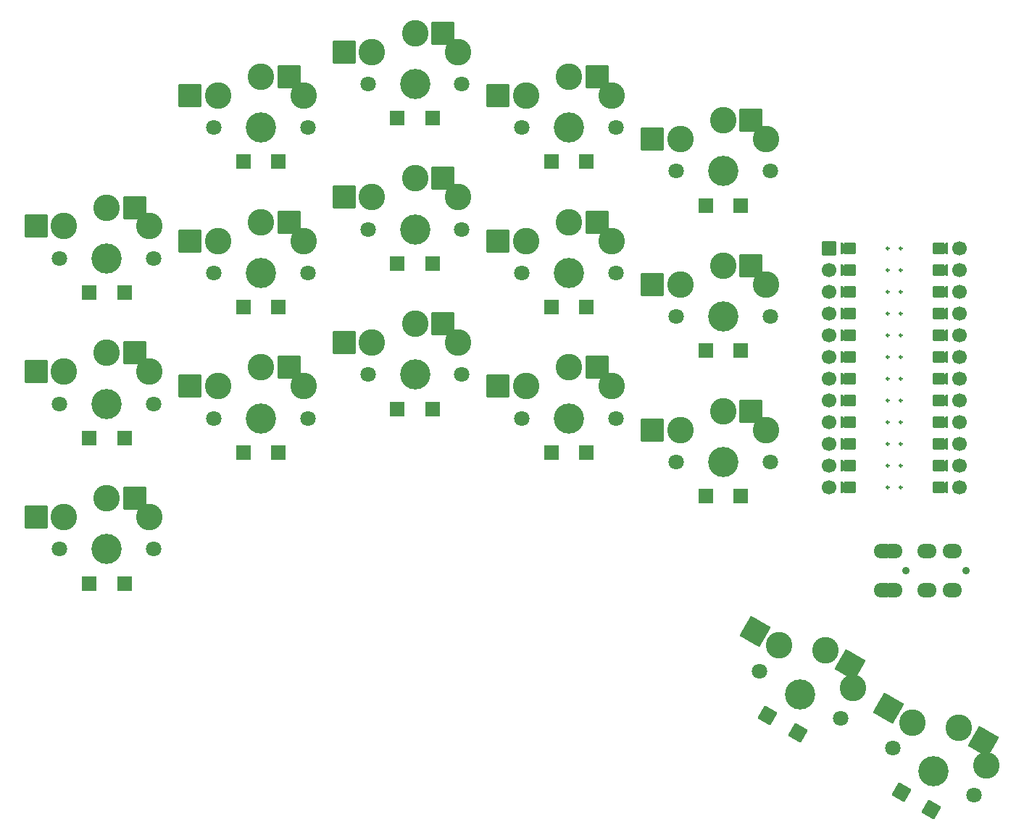
<source format=gbr>
%TF.GenerationSoftware,KiCad,Pcbnew,(6.0.6-1)-1*%
%TF.CreationDate,2022-08-23T15:15:48-05:00*%
%TF.ProjectId,smcboard,736d6362-6f61-4726-942e-6b696361645f,v1.0.0*%
%TF.SameCoordinates,Original*%
%TF.FileFunction,Soldermask,Top*%
%TF.FilePolarity,Negative*%
%FSLAX46Y46*%
G04 Gerber Fmt 4.6, Leading zero omitted, Abs format (unit mm)*
G04 Created by KiCad (PCBNEW (6.0.6-1)-1) date 2022-08-23 15:15:48*
%MOMM*%
%LPD*%
G01*
G04 APERTURE LIST*
G04 Aperture macros list*
%AMRoundRect*
0 Rectangle with rounded corners*
0 $1 Rounding radius*
0 $2 $3 $4 $5 $6 $7 $8 $9 X,Y pos of 4 corners*
0 Add a 4 corners polygon primitive as box body*
4,1,4,$2,$3,$4,$5,$6,$7,$8,$9,$2,$3,0*
0 Add four circle primitives for the rounded corners*
1,1,$1+$1,$2,$3*
1,1,$1+$1,$4,$5*
1,1,$1+$1,$6,$7*
1,1,$1+$1,$8,$9*
0 Add four rect primitives between the rounded corners*
20,1,$1+$1,$2,$3,$4,$5,0*
20,1,$1+$1,$4,$5,$6,$7,0*
20,1,$1+$1,$6,$7,$8,$9,0*
20,1,$1+$1,$8,$9,$2,$3,0*%
%AMFreePoly0*
4,1,14,0.635355,0.435355,0.650000,0.400000,0.650000,0.200000,0.635355,0.164645,0.035355,-0.435355,0.000000,-0.450000,-0.035355,-0.435355,-0.635355,0.164645,-0.650000,0.200000,-0.650000,0.400000,-0.635355,0.435355,-0.600000,0.450000,0.600000,0.450000,0.635355,0.435355,0.635355,0.435355,$1*%
%AMFreePoly1*
4,1,16,0.635355,1.035355,0.650000,1.000000,0.650000,-0.250000,0.635355,-0.285355,0.600000,-0.300000,-0.600000,-0.300000,-0.635355,-0.285355,-0.650000,-0.250000,-0.650000,1.000000,-0.635355,1.035355,-0.600000,1.050000,-0.564645,1.035355,0.000000,0.470710,0.564645,1.035355,0.600000,1.050000,0.635355,1.035355,0.635355,1.035355,$1*%
G04 Aperture macros list end*
%ADD10C,0.250000*%
%ADD11C,0.100000*%
%ADD12RoundRect,0.050000X0.825000X0.825000X-0.825000X0.825000X-0.825000X-0.825000X0.825000X-0.825000X0*%
%ADD13RoundRect,0.050000X-0.825000X-0.825000X0.825000X-0.825000X0.825000X0.825000X-0.825000X0.825000X0*%
%ADD14C,3.100000*%
%ADD15C,1.801800*%
%ADD16C,3.529000*%
%ADD17RoundRect,0.050000X-1.775833X-0.475833X0.475833X-1.775833X1.775833X0.475833X-0.475833X1.775833X0*%
%ADD18RoundRect,0.050000X1.126971X0.301971X-0.301971X1.126971X-1.126971X-0.301971X0.301971X-1.126971X0*%
%ADD19RoundRect,0.050000X-1.126971X-0.301971X0.301971X-1.126971X1.126971X0.301971X-0.301971X1.126971X0*%
%ADD20RoundRect,0.050000X-1.300000X-1.300000X1.300000X-1.300000X1.300000X1.300000X-1.300000X1.300000X0*%
%ADD21C,0.900000*%
%ADD22O,2.300000X1.700000*%
%ADD23FreePoly0,270.000000*%
%ADD24C,1.700000*%
%ADD25FreePoly0,90.000000*%
%ADD26RoundRect,0.050000X-0.800000X0.800000X-0.800000X-0.800000X0.800000X-0.800000X0.800000X0.800000X0*%
%ADD27FreePoly1,270.000000*%
%ADD28FreePoly1,90.000000*%
G04 APERTURE END LIST*
D10*
%TO.C,MCU1*%
X165863000Y-64460000D02*
G75*
G03*
X165863000Y-64460000I-125000J0D01*
G01*
X165863000Y-69540000D02*
G75*
G03*
X165863000Y-69540000I-125000J0D01*
G01*
X167387000Y-77160000D02*
G75*
G03*
X167387000Y-77160000I-125000J0D01*
G01*
X167387000Y-72080000D02*
G75*
G03*
X167387000Y-72080000I-125000J0D01*
G01*
X165863000Y-72080000D02*
G75*
G03*
X165863000Y-72080000I-125000J0D01*
G01*
X165863000Y-74620000D02*
G75*
G03*
X165863000Y-74620000I-125000J0D01*
G01*
X167387000Y-74620000D02*
G75*
G03*
X167387000Y-74620000I-125000J0D01*
G01*
X165863000Y-61920000D02*
G75*
G03*
X165863000Y-61920000I-125000J0D01*
G01*
X167387000Y-59380000D02*
G75*
G03*
X167387000Y-59380000I-125000J0D01*
G01*
X165863000Y-77160000D02*
G75*
G03*
X165863000Y-77160000I-125000J0D01*
G01*
X167387000Y-69540000D02*
G75*
G03*
X167387000Y-69540000I-125000J0D01*
G01*
X167387000Y-87320000D02*
G75*
G03*
X167387000Y-87320000I-125000J0D01*
G01*
X165863000Y-67000000D02*
G75*
G03*
X165863000Y-67000000I-125000J0D01*
G01*
X165863000Y-82240000D02*
G75*
G03*
X165863000Y-82240000I-125000J0D01*
G01*
X165863000Y-79700000D02*
G75*
G03*
X165863000Y-79700000I-125000J0D01*
G01*
X165863000Y-84780000D02*
G75*
G03*
X165863000Y-84780000I-125000J0D01*
G01*
X165863000Y-87320000D02*
G75*
G03*
X165863000Y-87320000I-125000J0D01*
G01*
X167387000Y-61920000D02*
G75*
G03*
X167387000Y-61920000I-125000J0D01*
G01*
X167387000Y-84780000D02*
G75*
G03*
X167387000Y-84780000I-125000J0D01*
G01*
X167387000Y-67000000D02*
G75*
G03*
X167387000Y-67000000I-125000J0D01*
G01*
X167387000Y-82240000D02*
G75*
G03*
X167387000Y-82240000I-125000J0D01*
G01*
X167387000Y-64460000D02*
G75*
G03*
X167387000Y-64460000I-125000J0D01*
G01*
X167387000Y-79700000D02*
G75*
G03*
X167387000Y-79700000I-125000J0D01*
G01*
X165863000Y-59380000D02*
G75*
G03*
X165863000Y-59380000I-125000J0D01*
G01*
G36*
X172596000Y-62428000D02*
G01*
X171580000Y-62428000D01*
X171580000Y-61412000D01*
X172596000Y-61412000D01*
X172596000Y-62428000D01*
G37*
D11*
X172596000Y-62428000D02*
X171580000Y-62428000D01*
X171580000Y-61412000D01*
X172596000Y-61412000D01*
X172596000Y-62428000D01*
G36*
X161420000Y-85288000D02*
G01*
X160404000Y-85288000D01*
X160404000Y-84272000D01*
X161420000Y-84272000D01*
X161420000Y-85288000D01*
G37*
X161420000Y-85288000D02*
X160404000Y-85288000D01*
X160404000Y-84272000D01*
X161420000Y-84272000D01*
X161420000Y-85288000D01*
G36*
X161420000Y-77668000D02*
G01*
X160404000Y-77668000D01*
X160404000Y-76652000D01*
X161420000Y-76652000D01*
X161420000Y-77668000D01*
G37*
X161420000Y-77668000D02*
X160404000Y-77668000D01*
X160404000Y-76652000D01*
X161420000Y-76652000D01*
X161420000Y-77668000D01*
G36*
X172596000Y-70048000D02*
G01*
X171580000Y-70048000D01*
X171580000Y-69032000D01*
X172596000Y-69032000D01*
X172596000Y-70048000D01*
G37*
X172596000Y-70048000D02*
X171580000Y-70048000D01*
X171580000Y-69032000D01*
X172596000Y-69032000D01*
X172596000Y-70048000D01*
G36*
X161420000Y-62428000D02*
G01*
X160404000Y-62428000D01*
X160404000Y-61412000D01*
X161420000Y-61412000D01*
X161420000Y-62428000D01*
G37*
X161420000Y-62428000D02*
X160404000Y-62428000D01*
X160404000Y-61412000D01*
X161420000Y-61412000D01*
X161420000Y-62428000D01*
G36*
X172596000Y-64968000D02*
G01*
X171580000Y-64968000D01*
X171580000Y-63952000D01*
X172596000Y-63952000D01*
X172596000Y-64968000D01*
G37*
X172596000Y-64968000D02*
X171580000Y-64968000D01*
X171580000Y-63952000D01*
X172596000Y-63952000D01*
X172596000Y-64968000D01*
G36*
X161420000Y-67508000D02*
G01*
X160404000Y-67508000D01*
X160404000Y-66492000D01*
X161420000Y-66492000D01*
X161420000Y-67508000D01*
G37*
X161420000Y-67508000D02*
X160404000Y-67508000D01*
X160404000Y-66492000D01*
X161420000Y-66492000D01*
X161420000Y-67508000D01*
G36*
X161420000Y-64968000D02*
G01*
X160404000Y-64968000D01*
X160404000Y-63952000D01*
X161420000Y-63952000D01*
X161420000Y-64968000D01*
G37*
X161420000Y-64968000D02*
X160404000Y-64968000D01*
X160404000Y-63952000D01*
X161420000Y-63952000D01*
X161420000Y-64968000D01*
G36*
X172596000Y-67508000D02*
G01*
X171580000Y-67508000D01*
X171580000Y-66492000D01*
X172596000Y-66492000D01*
X172596000Y-67508000D01*
G37*
X172596000Y-67508000D02*
X171580000Y-67508000D01*
X171580000Y-66492000D01*
X172596000Y-66492000D01*
X172596000Y-67508000D01*
G36*
X161420000Y-59888000D02*
G01*
X160404000Y-59888000D01*
X160404000Y-58872000D01*
X161420000Y-58872000D01*
X161420000Y-59888000D01*
G37*
X161420000Y-59888000D02*
X160404000Y-59888000D01*
X160404000Y-58872000D01*
X161420000Y-58872000D01*
X161420000Y-59888000D01*
G36*
X172596000Y-87828000D02*
G01*
X171580000Y-87828000D01*
X171580000Y-86812000D01*
X172596000Y-86812000D01*
X172596000Y-87828000D01*
G37*
X172596000Y-87828000D02*
X171580000Y-87828000D01*
X171580000Y-86812000D01*
X172596000Y-86812000D01*
X172596000Y-87828000D01*
G36*
X172596000Y-80208000D02*
G01*
X171580000Y-80208000D01*
X171580000Y-79192000D01*
X172596000Y-79192000D01*
X172596000Y-80208000D01*
G37*
X172596000Y-80208000D02*
X171580000Y-80208000D01*
X171580000Y-79192000D01*
X172596000Y-79192000D01*
X172596000Y-80208000D01*
G36*
X172596000Y-77668000D02*
G01*
X171580000Y-77668000D01*
X171580000Y-76652000D01*
X172596000Y-76652000D01*
X172596000Y-77668000D01*
G37*
X172596000Y-77668000D02*
X171580000Y-77668000D01*
X171580000Y-76652000D01*
X172596000Y-76652000D01*
X172596000Y-77668000D01*
G36*
X161420000Y-70048000D02*
G01*
X160404000Y-70048000D01*
X160404000Y-69032000D01*
X161420000Y-69032000D01*
X161420000Y-70048000D01*
G37*
X161420000Y-70048000D02*
X160404000Y-70048000D01*
X160404000Y-69032000D01*
X161420000Y-69032000D01*
X161420000Y-70048000D01*
G36*
X172596000Y-59888000D02*
G01*
X171580000Y-59888000D01*
X171580000Y-58872000D01*
X172596000Y-58872000D01*
X172596000Y-59888000D01*
G37*
X172596000Y-59888000D02*
X171580000Y-59888000D01*
X171580000Y-58872000D01*
X172596000Y-58872000D01*
X172596000Y-59888000D01*
G36*
X172596000Y-75128000D02*
G01*
X171580000Y-75128000D01*
X171580000Y-74112000D01*
X172596000Y-74112000D01*
X172596000Y-75128000D01*
G37*
X172596000Y-75128000D02*
X171580000Y-75128000D01*
X171580000Y-74112000D01*
X172596000Y-74112000D01*
X172596000Y-75128000D01*
G36*
X161420000Y-75128000D02*
G01*
X160404000Y-75128000D01*
X160404000Y-74112000D01*
X161420000Y-74112000D01*
X161420000Y-75128000D01*
G37*
X161420000Y-75128000D02*
X160404000Y-75128000D01*
X160404000Y-74112000D01*
X161420000Y-74112000D01*
X161420000Y-75128000D01*
G36*
X172596000Y-82748000D02*
G01*
X171580000Y-82748000D01*
X171580000Y-81732000D01*
X172596000Y-81732000D01*
X172596000Y-82748000D01*
G37*
X172596000Y-82748000D02*
X171580000Y-82748000D01*
X171580000Y-81732000D01*
X172596000Y-81732000D01*
X172596000Y-82748000D01*
G36*
X161420000Y-72588000D02*
G01*
X160404000Y-72588000D01*
X160404000Y-71572000D01*
X161420000Y-71572000D01*
X161420000Y-72588000D01*
G37*
X161420000Y-72588000D02*
X160404000Y-72588000D01*
X160404000Y-71572000D01*
X161420000Y-71572000D01*
X161420000Y-72588000D01*
G36*
X172596000Y-85288000D02*
G01*
X171580000Y-85288000D01*
X171580000Y-84272000D01*
X172596000Y-84272000D01*
X172596000Y-85288000D01*
G37*
X172596000Y-85288000D02*
X171580000Y-85288000D01*
X171580000Y-84272000D01*
X172596000Y-84272000D01*
X172596000Y-85288000D01*
G36*
X161420000Y-80208000D02*
G01*
X160404000Y-80208000D01*
X160404000Y-79192000D01*
X161420000Y-79192000D01*
X161420000Y-80208000D01*
G37*
X161420000Y-80208000D02*
X160404000Y-80208000D01*
X160404000Y-79192000D01*
X161420000Y-79192000D01*
X161420000Y-80208000D01*
G36*
X161420000Y-82748000D02*
G01*
X160404000Y-82748000D01*
X160404000Y-81732000D01*
X161420000Y-81732000D01*
X161420000Y-82748000D01*
G37*
X161420000Y-82748000D02*
X160404000Y-82748000D01*
X160404000Y-81732000D01*
X161420000Y-81732000D01*
X161420000Y-82748000D01*
G36*
X172596000Y-72588000D02*
G01*
X171580000Y-72588000D01*
X171580000Y-71572000D01*
X172596000Y-71572000D01*
X172596000Y-72588000D01*
G37*
X172596000Y-72588000D02*
X171580000Y-72588000D01*
X171580000Y-71572000D01*
X172596000Y-71572000D01*
X172596000Y-72588000D01*
G36*
X161420000Y-87828000D02*
G01*
X160404000Y-87828000D01*
X160404000Y-86812000D01*
X161420000Y-86812000D01*
X161420000Y-87828000D01*
G37*
X161420000Y-87828000D02*
X160404000Y-87828000D01*
X160404000Y-86812000D01*
X161420000Y-86812000D01*
X161420000Y-87828000D01*
%TD*%
D12*
%TO.C,D6*%
X90450000Y-49250000D03*
D13*
X94550000Y-49250000D03*
%TD*%
D14*
%TO.C,S16*%
X161705127Y-110802405D03*
X153044873Y-105802405D03*
X158475000Y-106397149D03*
D15*
X150736860Y-108800000D03*
D14*
X158475000Y-106397149D03*
D16*
X155500000Y-111550000D03*
D15*
X160263140Y-114300000D03*
D17*
X161311233Y-108034649D03*
X150208640Y-104164905D03*
%TD*%
D12*
%TO.C,D14*%
X144450000Y-71350000D03*
D13*
X148550000Y-71350000D03*
%TD*%
D18*
%TO.C,D17*%
X167313104Y-122989102D03*
D19*
X170863810Y-125039102D03*
%TD*%
D15*
%TO.C,S9*%
X116000000Y-40150000D03*
X105000000Y-40150000D03*
D16*
X110500000Y-40150000D03*
D14*
X115500000Y-36400000D03*
X110500000Y-34200000D03*
X110500000Y-34200000D03*
X105500000Y-36400000D03*
D20*
X113775000Y-34200000D03*
X102225000Y-36400000D03*
%TD*%
D14*
%TO.C,S15*%
X146500000Y-44400000D03*
D15*
X152000000Y-50350000D03*
D14*
X141500000Y-46600000D03*
X151500000Y-46600000D03*
D15*
X141000000Y-50350000D03*
D16*
X146500000Y-50350000D03*
D14*
X146500000Y-44400000D03*
D20*
X149775000Y-44400000D03*
X138225000Y-46600000D03*
%TD*%
D12*
%TO.C,D12*%
X126450000Y-49250000D03*
D13*
X130550000Y-49250000D03*
%TD*%
D12*
%TO.C,D5*%
X90450000Y-66250000D03*
D13*
X94550000Y-66250000D03*
%TD*%
D21*
%TO.C,REF\u002A\u002A*%
X167900000Y-97050000D03*
X174900000Y-97050000D03*
D22*
X165200000Y-99350000D03*
X165200000Y-94750000D03*
X166300000Y-99350000D03*
X166300000Y-94750000D03*
X170300000Y-94750000D03*
X170300000Y-99350000D03*
X173300000Y-94750000D03*
X173300000Y-99350000D03*
%TD*%
D12*
%TO.C,D2*%
X72450000Y-81550000D03*
D13*
X76550000Y-81550000D03*
%TD*%
D15*
%TO.C,S3*%
X69000000Y-60550000D03*
D14*
X79500000Y-56800000D03*
X74500000Y-54600000D03*
D15*
X80000000Y-60550000D03*
D14*
X69500000Y-56800000D03*
D16*
X74500000Y-60550000D03*
D14*
X74500000Y-54600000D03*
D20*
X77775000Y-54600000D03*
X66225000Y-56800000D03*
%TD*%
D12*
%TO.C,D9*%
X108450000Y-44150000D03*
D13*
X112550000Y-44150000D03*
%TD*%
D14*
%TO.C,S13*%
X146500000Y-78400000D03*
D15*
X152000000Y-84350000D03*
D14*
X151500000Y-80600000D03*
D15*
X141000000Y-84350000D03*
D14*
X141500000Y-80600000D03*
D16*
X146500000Y-84350000D03*
D14*
X146500000Y-78400000D03*
D20*
X149775000Y-78400000D03*
X138225000Y-80600000D03*
%TD*%
D18*
%TO.C,D16*%
X151724647Y-113989102D03*
D19*
X155275353Y-116039102D03*
%TD*%
D12*
%TO.C,D13*%
X144450000Y-88350000D03*
D13*
X148550000Y-88350000D03*
%TD*%
D14*
%TO.C,S14*%
X141500000Y-63600000D03*
X146500000Y-61400000D03*
D15*
X152000000Y-67350000D03*
D16*
X146500000Y-67350000D03*
D14*
X146500000Y-61400000D03*
D15*
X141000000Y-67350000D03*
D14*
X151500000Y-63600000D03*
D20*
X149775000Y-61400000D03*
X138225000Y-63600000D03*
%TD*%
D12*
%TO.C,D10*%
X126450000Y-83250000D03*
D13*
X130550000Y-83250000D03*
%TD*%
D23*
%TO.C,MCU1*%
X172342000Y-61920000D03*
D24*
X158880000Y-74620000D03*
D25*
X160658000Y-64460000D03*
D24*
X174120000Y-74620000D03*
D25*
X160658000Y-69540000D03*
D23*
X172342000Y-64460000D03*
X172342000Y-84780000D03*
D24*
X158880000Y-79700000D03*
D23*
X172342000Y-87320000D03*
D26*
X158880000Y-59380000D03*
D25*
X160658000Y-82240000D03*
D24*
X158880000Y-77160000D03*
D25*
X160658000Y-67000000D03*
D24*
X174120000Y-59380000D03*
X158880000Y-64460000D03*
D23*
X172342000Y-67000000D03*
D24*
X158880000Y-87320000D03*
X158880000Y-82240000D03*
D25*
X160658000Y-72080000D03*
D23*
X172342000Y-79700000D03*
D24*
X174120000Y-84780000D03*
X174120000Y-82240000D03*
X158880000Y-59380000D03*
D23*
X172342000Y-77160000D03*
D24*
X174120000Y-61920000D03*
D23*
X172342000Y-82240000D03*
D24*
X174120000Y-64460000D03*
D25*
X160658000Y-87320000D03*
X160658000Y-59380000D03*
D24*
X158880000Y-84780000D03*
X174120000Y-87320000D03*
D23*
X172342000Y-72080000D03*
X172342000Y-59380000D03*
D25*
X160658000Y-84780000D03*
X160658000Y-77160000D03*
D24*
X158880000Y-67000000D03*
X158880000Y-61920000D03*
D25*
X160658000Y-74620000D03*
D23*
X172342000Y-69540000D03*
D24*
X158880000Y-72080000D03*
X174120000Y-72080000D03*
X174120000Y-69540000D03*
X174120000Y-77160000D03*
X174120000Y-79700000D03*
D25*
X160658000Y-61920000D03*
D23*
X172342000Y-74620000D03*
D24*
X174120000Y-67000000D03*
D25*
X160658000Y-79700000D03*
D24*
X158880000Y-69540000D03*
D27*
X171326000Y-59380000D03*
X171326000Y-61920000D03*
X171326000Y-64460000D03*
X171326000Y-67000000D03*
X171326000Y-69540000D03*
X171326000Y-72080000D03*
X171326000Y-74620000D03*
X171326000Y-77160000D03*
X171326000Y-79700000D03*
X171326000Y-82240000D03*
X171326000Y-84780000D03*
X171326000Y-87320000D03*
D28*
X161674000Y-87320000D03*
X161674000Y-84780000D03*
X161674000Y-82240000D03*
X161674000Y-79700000D03*
X161674000Y-77160000D03*
X161674000Y-74620000D03*
X161674000Y-72080000D03*
X161674000Y-69540000D03*
X161674000Y-67000000D03*
X161674000Y-64460000D03*
X161674000Y-61920000D03*
X161674000Y-59380000D03*
%TD*%
D16*
%TO.C,S7*%
X110500000Y-74150000D03*
D14*
X105500000Y-70400000D03*
D15*
X105000000Y-74150000D03*
D14*
X110500000Y-68200000D03*
D15*
X116000000Y-74150000D03*
D14*
X110500000Y-68200000D03*
X115500000Y-70400000D03*
D20*
X113775000Y-68200000D03*
X102225000Y-70400000D03*
%TD*%
D12*
%TO.C,D7*%
X108450000Y-78150000D03*
D13*
X112550000Y-78150000D03*
%TD*%
D14*
%TO.C,S12*%
X133500000Y-41500000D03*
X123500000Y-41500000D03*
D16*
X128500000Y-45250000D03*
D14*
X128500000Y-39300000D03*
D15*
X134000000Y-45250000D03*
X123000000Y-45250000D03*
D14*
X128500000Y-39300000D03*
D20*
X131775000Y-39300000D03*
X120225000Y-41500000D03*
%TD*%
D14*
%TO.C,S6*%
X87500000Y-41500000D03*
D15*
X87000000Y-45250000D03*
X98000000Y-45250000D03*
D14*
X92500000Y-39300000D03*
D16*
X92500000Y-45250000D03*
D14*
X92500000Y-39300000D03*
X97500000Y-41500000D03*
D20*
X95775000Y-39300000D03*
X84225000Y-41500000D03*
%TD*%
D14*
%TO.C,S5*%
X92500000Y-56300000D03*
D16*
X92500000Y-62250000D03*
D14*
X87500000Y-58500000D03*
X92500000Y-56300000D03*
D15*
X98000000Y-62250000D03*
X87000000Y-62250000D03*
D14*
X97500000Y-58500000D03*
D20*
X95775000Y-56300000D03*
X84225000Y-58500000D03*
%TD*%
D14*
%TO.C,S2*%
X74500000Y-71600000D03*
X79500000Y-73800000D03*
X69500000Y-73800000D03*
D16*
X74500000Y-77550000D03*
D15*
X69000000Y-77550000D03*
D14*
X74500000Y-71600000D03*
D15*
X80000000Y-77550000D03*
D20*
X77775000Y-71600000D03*
X66225000Y-73800000D03*
%TD*%
D12*
%TO.C,D15*%
X144450000Y-54350000D03*
D13*
X148550000Y-54350000D03*
%TD*%
D14*
%TO.C,S1*%
X79500000Y-90800000D03*
X69500000Y-90800000D03*
D15*
X69000000Y-94550000D03*
D14*
X74500000Y-88600000D03*
D15*
X80000000Y-94550000D03*
D14*
X74500000Y-88600000D03*
D16*
X74500000Y-94550000D03*
D20*
X77775000Y-88600000D03*
X66225000Y-90800000D03*
%TD*%
D14*
%TO.C,S8*%
X105500000Y-53400000D03*
X115500000Y-53400000D03*
D16*
X110500000Y-57150000D03*
D15*
X116000000Y-57150000D03*
D14*
X110500000Y-51200000D03*
D15*
X105000000Y-57150000D03*
D14*
X110500000Y-51200000D03*
D20*
X113775000Y-51200000D03*
X102225000Y-53400000D03*
%TD*%
D14*
%TO.C,S4*%
X87500000Y-75500000D03*
D16*
X92500000Y-79250000D03*
D15*
X98000000Y-79250000D03*
X87000000Y-79250000D03*
D14*
X92500000Y-73300000D03*
X97500000Y-75500000D03*
X92500000Y-73300000D03*
D20*
X95775000Y-73300000D03*
X84225000Y-75500000D03*
%TD*%
D12*
%TO.C,D11*%
X126450000Y-66250000D03*
D13*
X130550000Y-66250000D03*
%TD*%
D12*
%TO.C,D4*%
X90450000Y-83250000D03*
D13*
X94550000Y-83250000D03*
%TD*%
D14*
%TO.C,S11*%
X133500000Y-58500000D03*
X128500000Y-56300000D03*
X123500000Y-58500000D03*
X128500000Y-56300000D03*
D16*
X128500000Y-62250000D03*
D15*
X134000000Y-62250000D03*
X123000000Y-62250000D03*
D20*
X131775000Y-56300000D03*
X120225000Y-58500000D03*
%TD*%
D12*
%TO.C,D3*%
X72450000Y-64550000D03*
D13*
X76550000Y-64550000D03*
%TD*%
D16*
%TO.C,S10*%
X128500000Y-79250000D03*
D14*
X128500000Y-73300000D03*
X123500000Y-75500000D03*
D15*
X134000000Y-79250000D03*
D14*
X128500000Y-73300000D03*
D15*
X123000000Y-79250000D03*
D14*
X133500000Y-75500000D03*
D20*
X131775000Y-73300000D03*
X120225000Y-75500000D03*
%TD*%
D14*
%TO.C,S17*%
X177293584Y-119802405D03*
X174063457Y-115397149D03*
X174063457Y-115397149D03*
D15*
X175851597Y-123300000D03*
D14*
X168633330Y-114802405D03*
D16*
X171088457Y-120550000D03*
D15*
X166325317Y-117800000D03*
D17*
X176899690Y-117034649D03*
X165797097Y-113164905D03*
%TD*%
D12*
%TO.C,D8*%
X108450000Y-61150000D03*
D13*
X112550000Y-61150000D03*
%TD*%
D12*
%TO.C,D1*%
X72450000Y-98550000D03*
D13*
X76550000Y-98550000D03*
%TD*%
M02*

</source>
